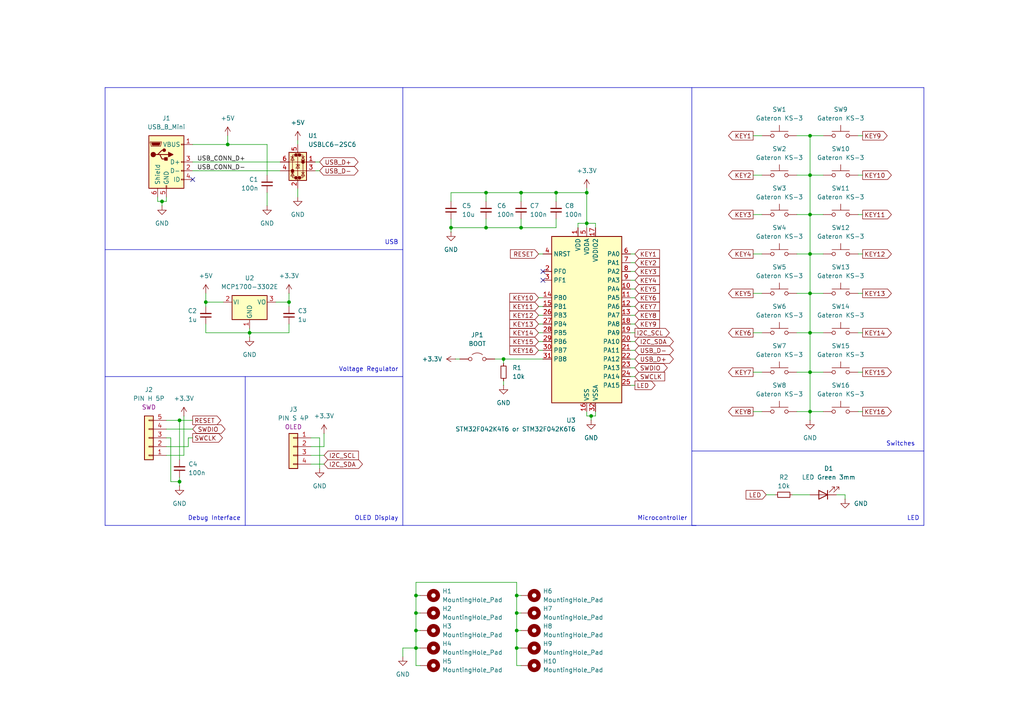
<source format=kicad_sch>
(kicad_sch (version 20250114) (generator "eeschema") (generator_version "9.0")
  (paper "A4")
  (title_block (title "octokeyz-double") (date "2026-01-21") (rev "20260121") (comment 3 "Released under CERN Open Hardware Licence Version 2 - Strongly Reciprocal") (comment 4 "Designed by: Rafael G. Martins"))
  (lib_symbols
    (symbol "Connector:USB_B_Mini" (pin_names (offset 1.016))
      (property "Reference" "J" (at -5.08 11.43 0))
      (property "Value" "USB_B_Mini" (at -5.08 8.89 0))
      (symbol "USB_B_Mini_0_1"
        (rectangle (start -5.08 -7.62) (end 5.08 7.62) (stroke (width 0.254)) (fill (type background)))
        (polyline (pts (xy -4.699 5.842) (xy -4.699 5.588) (xy -4.445 4.826) (xy -4.445 4.572) (xy -1.651 4.572) (xy -1.651 4.826) (xy -1.397 5.588) (xy -1.397 5.842) (xy -4.699 5.842)))
        (polyline (pts (xy -4.318 5.588) (xy -1.778 5.588) (xy -2.032 4.826) (xy -4.064 4.826) (xy -4.318 5.588)) (fill (type outline)))
        (circle (center -3.81 2.159) (radius 0.635) (stroke (width 0.254)) (fill (type outline)))
        (polyline (pts (xy -3.175 2.159) (xy -2.54 2.159) (xy -1.27 3.429) (xy -0.635 3.429)) (stroke (width 0.254)))
        (polyline (pts (xy -2.54 2.159) (xy -1.905 2.159) (xy -1.27 0.889) (xy 0 0.889)) (stroke (width 0.254)))
        (polyline (pts (xy -1.905 2.159) (xy 0.635 2.159)) (stroke (width 0.254)))
        (circle (center -0.635 3.429) (radius 0.381) (stroke (width 0.254)) (fill (type outline)))
        (rectangle (start -0.127 -7.62) (end 0.127 -6.858))
        (rectangle (start 0.254 1.27) (end -0.508 0.508) (stroke (width 0.254)) (fill (type outline)))
        (polyline (pts (xy 0.635 2.794) (xy 0.635 1.524) (xy 1.905 2.159) (xy 0.635 2.794)) (stroke (width 0.254)) (fill (type outline)))
        (rectangle (start 5.08 4.953) (end 4.318 5.207))
        (rectangle (start 5.08 -0.127) (end 4.318 0.127))
        (rectangle (start 5.08 -2.667) (end 4.318 -2.413))
        (rectangle (start 5.08 -5.207) (end 4.318 -4.953))
      )
      (symbol "USB_B_Mini_1_1"
        (pin passive line (at -2.54 -10.16 90) (length 2.54) (name "Shield") (number "6"))
        (pin power_out line (at 0 -10.16 90) (length 2.54) (name "GND") (number "5"))
        (pin power_out line (at 7.62 5.08 180) (length 2.54) (name "VBUS") (number "1"))
        (pin bidirectional line (at 7.62 0 180) (length 2.54) (name "D+") (number "3"))
        (pin bidirectional line (at 7.62 -2.54 180) (length 2.54) (name "D-") (number "2"))
        (pin passive line (at 7.62 -5.08 180) (length 2.54) (name "ID") (number "4"))
      )
    )
    (symbol "Connector_Generic:Conn_01x04" (pin_names (offset 1.016) (hide yes))
      (property "Reference" "J" (at 0 5.08 0))
      (property "Value" "Conn_01x04" (at 0 -7.62 0))
      (symbol "Conn_01x04_1_1"
        (rectangle (start -1.27 3.81) (end 1.27 -6.35) (stroke (width 0.254)) (fill (type background)))
        (rectangle (start -1.27 2.667) (end 0 2.413) (stroke (width 0.1524)))
        (rectangle (start -1.27 0.127) (end 0 -0.127) (stroke (width 0.1524)))
        (rectangle (start -1.27 -2.413) (end 0 -2.667) (stroke (width 0.1524)))
        (rectangle (start -1.27 -4.953) (end 0 -5.207) (stroke (width 0.1524)))
        (pin passive line (at -5.08 2.54 0) (length 3.81) (name "Pin_1") (number "1"))
        (pin passive line (at -5.08 0 0) (length 3.81) (name "Pin_2") (number "2"))
        (pin passive line (at -5.08 -2.54 0) (length 3.81) (name "Pin_3") (number "3"))
        (pin passive line (at -5.08 -5.08 0) (length 3.81) (name "Pin_4") (number "4"))
      )
    )
    (symbol "Connector_Generic:Conn_01x05" (pin_names (offset 1.016) (hide yes))
      (property "Reference" "J" (at 0 7.62 0))
      (property "Value" "Conn_01x05" (at 0 -7.62 0))
      (symbol "Conn_01x05_1_1"
        (rectangle (start -1.27 6.35) (end 1.27 -6.35) (stroke (width 0.254)) (fill (type background)))
        (rectangle (start -1.27 5.207) (end 0 4.953) (stroke (width 0.1524)))
        (rectangle (start -1.27 2.667) (end 0 2.413) (stroke (width 0.1524)))
        (rectangle (start -1.27 0.127) (end 0 -0.127) (stroke (width 0.1524)))
        (rectangle (start -1.27 -2.413) (end 0 -2.667) (stroke (width 0.1524)))
        (rectangle (start -1.27 -4.953) (end 0 -5.207) (stroke (width 0.1524)))
        (pin passive line (at -5.08 5.08 0) (length 3.81) (name "Pin_1") (number "1"))
        (pin passive line (at -5.08 2.54 0) (length 3.81) (name "Pin_2") (number "2"))
        (pin passive line (at -5.08 0 0) (length 3.81) (name "Pin_3") (number "3"))
        (pin passive line (at -5.08 -2.54 0) (length 3.81) (name "Pin_4") (number "4"))
        (pin passive line (at -5.08 -5.08 0) (length 3.81) (name "Pin_5") (number "5"))
      )
    )
    (symbol "Device:C_Small" (pin_numbers (hide yes)) (pin_names (offset 0.254) (hide yes))
      (property "Reference" "C" (at 0.254 1.778 0))
      (property "Value" "C_Small" (at 0.254 -2.032 0))
      (symbol "C_Small_0_1"
        (polyline (pts (xy -1.524 0.508) (xy 1.524 0.508)) (stroke (width 0.3048)))
        (polyline (pts (xy -1.524 -0.508) (xy 1.524 -0.508)) (stroke (width 0.3302)))
      )
      (symbol "C_Small_1_1"
        (pin passive line (at 0 2.54 270) (length 2.032) (name "~") (number "1"))
        (pin passive line (at 0 -2.54 90) (length 2.032) (name "~") (number "2"))
      )
    )
    (symbol "Device:LED" (pin_numbers (hide yes)) (pin_names (offset 1.016) (hide yes))
      (property "Reference" "D" (at 0 2.54 0))
      (property "Value" "LED" (at 0 -2.54 0))
      (symbol "LED_0_1"
        (polyline (pts (xy -3.048 -0.762) (xy -4.572 -2.286) (xy -3.81 -2.286) (xy -4.572 -2.286) (xy -4.572 -1.524)))
        (polyline (pts (xy -1.778 -0.762) (xy -3.302 -2.286) (xy -2.54 -2.286) (xy -3.302 -2.286) (xy -3.302 -1.524)))
        (polyline (pts (xy -1.27 0) (xy 1.27 0)))
        (polyline (pts (xy -1.27 -1.27) (xy -1.27 1.27)) (stroke (width 0.254)))
        (polyline (pts (xy 1.27 -1.27) (xy 1.27 1.27) (xy -1.27 0) (xy 1.27 -1.27)) (stroke (width 0.254)))
      )
      (symbol "LED_1_1"
        (pin passive line (at -3.81 0 0) (length 2.54) (name "K") (number "1"))
        (pin passive line (at 3.81 0 180) (length 2.54) (name "A") (number "2"))
      )
    )
    (symbol "Device:R_Small" (pin_numbers (hide yes)) (pin_names (offset 0.254) (hide yes))
      (property "Reference" "R" (at 0 0 90))
      (property "Value" "R_Small" (at 1.778 0 90))
      (symbol "R_Small_0_1"
        (rectangle (start -0.762 1.778) (end 0.762 -1.778) (stroke (width 0.2032)))
      )
      (symbol "R_Small_1_1"
        (pin passive line (at 0 2.54 270) (length 0.762) (name "~") (number "1"))
        (pin passive line (at 0 -2.54 90) (length 0.762) (name "~") (number "2"))
      )
    )
    (symbol "Jumper:Jumper_2_Open" (pin_numbers (hide yes)) (pin_names (offset 0) (hide yes))
      (property "Reference" "JP" (at 0 2.794 0))
      (property "Value" "Jumper_2_Open" (at 0 -2.286 0))
      (symbol "Jumper_2_Open_0_0"
        (circle (center -2.032 0) (radius 0.508))
        (circle (center 2.032 0) (radius 0.508))
      )
      (symbol "Jumper_2_Open_0_1"
        (arc (start -1.524 1.27) (mid 0 1.778) (end 1.524 1.27))
      )
      (symbol "Jumper_2_Open_1_1"
        (pin passive line (at -5.08 0 0) (length 2.54) (name "A") (number "1"))
        (pin passive line (at 5.08 0 180) (length 2.54) (name "B") (number "2"))
      )
    )
    (symbol "MCU_ST_STM32F0:STM32F042K6Tx"
      (property "Reference" "U" (at -10.16 26.67 0))
      (property "Value" "STM32F042K6Tx" (at 5.08 26.67 0))
      (symbol "STM32F042K6Tx_0_1"
        (rectangle (start -10.16 -22.86) (end 10.16 25.4) (stroke (width 0.254)) (fill (type background)))
      )
      (symbol "STM32F042K6Tx_1_1"
        (pin input line (at -12.7 20.32 0) (length 2.54) (name "NRST") (number "4"))
        (pin bidirectional line (at -12.7 15.24 0) (length 2.54) (name "PF0") (number "2"))
        (pin bidirectional line (at -12.7 12.7 0) (length 2.54) (name "PF1") (number "3"))
        (pin bidirectional line (at -12.7 7.62 0) (length 2.54) (name "PB0") (number "14"))
        (pin bidirectional line (at -12.7 5.08 0) (length 2.54) (name "PB1") (number "15"))
        (pin bidirectional line (at -12.7 2.54 0) (length 2.54) (name "PB3") (number "26"))
        (pin bidirectional line (at -12.7 0 0) (length 2.54) (name "PB4") (number "27"))
        (pin bidirectional line (at -12.7 -2.54 0) (length 2.54) (name "PB5") (number "28"))
        (pin bidirectional line (at -12.7 -5.08 0) (length 2.54) (name "PB6") (number "29"))
        (pin bidirectional line (at -12.7 -7.62 0) (length 2.54) (name "PB7") (number "30"))
        (pin bidirectional line (at -12.7 -10.16 0) (length 2.54) (name "PB8") (number "31"))
        (pin power_in line (at -2.54 27.94 270) (length 2.54) (name "VDD") (number "1"))
        (pin power_in line (at 0 27.94 270) (length 2.54) (name "VDDA") (number "5"))
        (pin power_in line (at 0 -25.4 90) (length 2.54) (name "VSS") (number "16"))
        (pin power_in line (at 2.54 27.94 270) (length 2.54) (name "VDDIO2") (number "17"))
        (pin power_in line (at 2.54 -25.4 90) (length 2.54) (name "VSSA") (number "32"))
        (pin bidirectional line (at 12.7 20.32 180) (length 2.54) (name "PA0") (number "6"))
        (pin bidirectional line (at 12.7 17.78 180) (length 2.54) (name "PA1") (number "7"))
        (pin bidirectional line (at 12.7 15.24 180) (length 2.54) (name "PA2") (number "8"))
        (pin bidirectional line (at 12.7 12.7 180) (length 2.54) (name "PA3") (number "9"))
        (pin bidirectional line (at 12.7 10.16 180) (length 2.54) (name "PA4") (number "10"))
        (pin bidirectional line (at 12.7 7.62 180) (length 2.54) (name "PA5") (number "11"))
        (pin bidirectional line (at 12.7 5.08 180) (length 2.54) (name "PA6") (number "12"))
        (pin bidirectional line (at 12.7 2.54 180) (length 2.54) (name "PA7") (number "13"))
        (pin bidirectional line (at 12.7 0 180) (length 2.54) (name "PA8") (number "18"))
        (pin bidirectional line (at 12.7 -2.54 180) (length 2.54) (name "PA9") (number "19"))
        (pin bidirectional line (at 12.7 -5.08 180) (length 2.54) (name "PA10") (number "20"))
        (pin bidirectional line (at 12.7 -7.62 180) (length 2.54) (name "PA11") (number "21"))
        (pin bidirectional line (at 12.7 -10.16 180) (length 2.54) (name "PA12") (number "22"))
        (pin bidirectional line (at 12.7 -12.7 180) (length 2.54) (name "PA13") (number "23"))
        (pin bidirectional line (at 12.7 -15.24 180) (length 2.54) (name "PA14") (number "24"))
        (pin bidirectional line (at 12.7 -17.78 180) (length 2.54) (name "PA15") (number "25"))
      )
    )
    (symbol "Mechanical:MountingHole_Pad" (pin_numbers (hide yes)) (pin_names (offset 1.016) (hide yes)) (in_bom no)
      (property "Reference" "H" (at 0 6.35 0))
      (property "Value" "MountingHole_Pad" (at 0 4.445 0))
      (symbol "MountingHole_Pad_0_1"
        (circle (center 0 1.27) (radius 1.27) (stroke (width 1.27)))
      )
      (symbol "MountingHole_Pad_1_1"
        (pin input line (at 0 -2.54 90) (length 2.54) (name "1") (number "1"))
      )
    )
    (symbol "Power_Protection:USBLC6-2SC6" (pin_names (hide yes))
      (property "Reference" "U" (at 0.635 5.715 0))
      (property "Value" "USBLC6-2SC6" (at 0.635 3.81 0))
      (symbol "USBLC6-2SC6_0_0"
        (circle (center -1.524 0) (radius 0.0001) (stroke (width 0.508)))
        (circle (center -0.508 2.032) (radius 0.0001) (stroke (width 0.508)))
        (circle (center -0.508 -4.572) (radius 0.0001) (stroke (width 0.508)))
        (circle (center 0.508 2.032) (radius 0.0001) (stroke (width 0.508)))
        (circle (center 0.508 -4.572) (radius 0.0001) (stroke (width 0.508)))
        (circle (center 1.524 -2.54) (radius 0.0001) (stroke (width 0.508)))
      )
      (symbol "USBLC6-2SC6_0_1"
        (polyline (pts (xy -2.54 0) (xy 2.54 0)))
        (polyline (pts (xy -2.54 -2.54) (xy 2.54 -2.54)))
        (polyline (pts (xy -2.032 0.508) (xy -1.016 0.508) (xy -1.524 1.524) (xy -2.032 0.508)))
        (polyline (pts (xy -2.032 -3.048) (xy -1.016 -3.048)))
        (polyline (pts (xy -1.016 1.524) (xy -2.032 1.524)))
        (polyline (pts (xy -1.016 -4.064) (xy -2.032 -4.064) (xy -1.524 -3.048) (xy -1.016 -4.064)))
        (polyline (pts (xy -0.508 -1.143) (xy -0.508 -0.762) (xy 0.508 -0.762)))
        (polyline (pts (xy 0 2.54) (xy -0.508 2.032) (xy 0.508 2.032) (xy 0 1.524) (xy 0 -4.064) (xy -0.508 -4.572) (xy 0.508 -4.572) (xy 0 -5.08)))
        (polyline (pts (xy 0.508 -1.778) (xy -0.508 -1.778) (xy 0 -0.762) (xy 0.508 -1.778)))
        (polyline (pts (xy 1.016 1.524) (xy 2.032 1.524)))
        (polyline (pts (xy 1.016 -3.048) (xy 2.032 -3.048)))
        (polyline (pts (xy 2.032 0.508) (xy 1.016 0.508) (xy 1.524 1.524) (xy 2.032 0.508)))
        (polyline (pts (xy 2.032 -4.064) (xy 1.016 -4.064) (xy 1.524 -3.048) (xy 2.032 -4.064)))
      )
      (symbol "USBLC6-2SC6_1_1"
        (rectangle (start -2.54 2.794) (end 2.54 -5.334) (stroke (width 0.254)) (fill (type background)))
        (polyline (pts (xy -0.508 2.032) (xy -1.524 2.032) (xy -1.524 -4.572) (xy -0.508 -4.572)))
        (polyline (pts (xy 0.508 -4.572) (xy 1.524 -4.572) (xy 1.524 2.032) (xy 0.508 2.032)))
        (pin passive line (at -5.08 0 0) (length 2.54) (name "I/O1") (number "1"))
        (pin passive line (at -5.08 -2.54 0) (length 2.54) (name "I/O2") (number "3"))
        (pin passive line (at 0 5.08 270) (length 2.54) (name "VBUS") (number "5"))
        (pin passive line (at 0 -7.62 90) (length 2.54) (name "GND") (number "2"))
        (pin passive line (at 5.08 0 180) (length 2.54) (name "I/O1") (number "6"))
        (pin passive line (at 5.08 -2.54 180) (length 2.54) (name "I/O2") (number "4"))
      )
    )
    (symbol "Regulator_Linear:MCP1700x-330xxTO" (pin_names (offset 0.254))
      (property "Reference" "U" (at -3.81 -3.175 0))
      (property "Value" "MCP1700x-330xxTO" (at 0 -3.175 0))
      (symbol "MCP1700x-330xxTO_0_1"
        (rectangle (start -5.08 5.08) (end 5.08 -1.905) (stroke (width 0.254)) (fill (type background)))
      )
      (symbol "MCP1700x-330xxTO_1_1"
        (pin power_in line (at -7.62 0 0) (length 2.54) (name "VI") (number "2"))
        (pin power_in line (at 0 7.62 270) (length 2.54) (name "GND") (number "1"))
        (pin power_out line (at 7.62 0 180) (length 2.54) (name "VO") (number "3"))
      )
    )
    (symbol "Switch:SW_Push" (pin_numbers (hide yes)) (pin_names (offset 1.016) (hide yes))
      (property "Reference" "SW" (at 1.27 2.54 0))
      (property "Value" "SW_Push" (at 0 -1.524 0))
      (symbol "SW_Push_0_1"
        (circle (center -2.032 0) (radius 0.508))
        (polyline (pts (xy 0 1.27) (xy 0 3.048)))
        (circle (center 2.032 0) (radius 0.508))
        (polyline (pts (xy 2.54 1.27) (xy -2.54 1.27)))
        (pin passive line (at -5.08 0 0) (length 2.54) (name "1") (number "1"))
        (pin passive line (at 5.08 0 180) (length 2.54) (name "2") (number "2"))
      )
    )
    (symbol "power:+3.3V" (power) (pin_numbers (hide yes)) (pin_names (offset 0) (hide yes))
      (property "Value" "+3.3V" (at 0 3.556 0))
      (symbol "+3.3V_0_1"
        (polyline (pts (xy -0.762 1.27) (xy 0 2.54)))
        (polyline (pts (xy 0 2.54) (xy 0.762 1.27)))
        (polyline (pts (xy 0 0) (xy 0 2.54)))
      )
      (symbol "+3.3V_1_1"
        (pin power_in line (at 0 0 90) (length 0) (name "~") (number "1"))
      )
    )
    (symbol "power:+5V" (power) (pin_numbers (hide yes)) (pin_names (offset 0) (hide yes))
      (property "Value" "+5V" (at 0 3.556 0))
      (symbol "+5V_0_1"
        (polyline (pts (xy -0.762 1.27) (xy 0 2.54)))
        (polyline (pts (xy 0 2.54) (xy 0.762 1.27)))
        (polyline (pts (xy 0 0) (xy 0 2.54)))
      )
      (symbol "+5V_1_1"
        (pin power_in line (at 0 0 90) (length 0) (name "~") (number "1"))
      )
    )
    (symbol "power:GND" (power) (pin_numbers (hide yes)) (pin_names (offset 0) (hide yes))
      (property "Value" "GND" (at 0 -3.81 0))
      (symbol "GND_0_1"
        (polyline (pts (xy 0 0) (xy 0 -1.27) (xy 1.27 -1.27) (xy 0 -2.54) (xy -1.27 -1.27) (xy 0 -1.27)))
      )
      (symbol "GND_1_1"
        (pin power_in line (at 0 0 270) (length 0) (name "~") (number "1"))
      )
    )
  )
  (text "Switches" (at 265.43 129.54 0) (effects (font (size 1.27 1.27)) (justify right bottom)))
  (text "OLED Display" (at 115.57 151.13 0) (effects (font (size 1.27 1.27)) (justify right bottom)))
  (text "Microcontroller" (at 199.39 151.13 0) (effects (font (size 1.27 1.27)) (justify right bottom)))
  (text "LED" (at 266.7 151.13 0) (effects (font (size 1.27 1.27)) (justify right bottom)))
  (text "Debug Interface" (at 69.85 151.13 0) (effects (font (size 1.27 1.27)) (justify right bottom)))
  (text "USB" (at 115.57 71.12 0) (effects (font (size 1.27 1.27)) (justify right bottom)))
  (text "Voltage Regulator" (at 115.57 107.95 0) (effects (font (size 1.27 1.27)) (justify right bottom)))
  (junction (at 120.65 182.88))
  (junction (at 46.99 58.42))
  (junction (at 234.95 50.8))
  (junction (at 146.05 104.14))
  (junction (at 52.07 139.7))
  (junction (at 140.97 66.04))
  (junction (at 140.97 55.88))
  (junction (at 59.69 87.63))
  (junction (at 120.65 177.8))
  (junction (at 170.18 55.88))
  (junction (at 151.13 55.88))
  (junction (at 149.86 177.8))
  (junction (at 149.86 182.88))
  (junction (at 72.39 96.52))
  (junction (at 149.86 172.72))
  (junction (at 120.65 172.72))
  (junction (at 149.86 187.96))
  (junction (at 130.81 66.04))
  (junction (at 234.95 119.38))
  (junction (at 151.13 66.04))
  (junction (at 234.95 73.66))
  (junction (at 234.95 107.95))
  (junction (at 170.18 64.77))
  (junction (at 234.95 39.37))
  (junction (at 234.95 62.23))
  (junction (at 234.95 85.09))
  (junction (at 171.45 120.65))
  (junction (at 66.04 41.91))
  (junction (at 83.82 87.63))
  (junction (at 234.95 96.52))
  (junction (at 120.65 187.96))
  (junction (at 161.29 55.88))
  (junction (at 52.07 121.92))
  (no_connect (at 157.48 78.74))
  (no_connect (at 55.88 52.07))
  (no_connect (at 157.48 81.28))
  (wire (pts (xy 48.26 129.54) (xy 54.61 129.54)))
  (polyline (pts (xy 267.97 152.4) (xy 30.48 152.4)))
  (wire (pts (xy 248.92 62.23) (xy 250.19 62.23)))
  (polyline (pts (xy 116.84 25.4) (xy 116.84 152.4)))
  (wire (pts (xy 146.05 110.49) (xy 146.05 111.76)))
  (wire (pts (xy 130.81 66.04) (xy 140.97 66.04)))
  (wire (pts (xy 248.92 119.38) (xy 250.19 119.38)))
  (polyline (pts (xy 30.48 109.22) (xy 116.84 109.22)))
  (wire (pts (xy 49.53 139.7) (xy 52.07 139.7)))
  (wire (pts (xy 172.72 64.77) (xy 170.18 64.77)))
  (wire (pts (xy 248.92 39.37) (xy 250.19 39.37)))
  (wire (pts (xy 234.95 39.37) (xy 238.76 39.37)))
  (wire (pts (xy 120.65 187.96) (xy 120.65 193.04)))
  (wire (pts (xy 83.82 87.63) (xy 83.82 88.9)))
  (wire (pts (xy 55.88 46.99) (xy 81.28 46.99)))
  (wire (pts (xy 234.95 62.23) (xy 238.76 62.23)))
  (wire (pts (xy 55.88 41.91) (xy 66.04 41.91)))
  (wire (pts (xy 45.72 57.15) (xy 45.72 58.42)))
  (wire (pts (xy 156.21 99.06) (xy 157.48 99.06)))
  (wire (pts (xy 234.95 107.95) (xy 238.76 107.95)))
  (wire (pts (xy 46.99 58.42) (xy 46.99 59.69)))
  (wire (pts (xy 132.08 104.14) (xy 133.35 104.14)))
  (wire (pts (xy 231.14 50.8) (xy 234.95 50.8)))
  (wire (pts (xy 55.88 49.53) (xy 81.28 49.53)))
  (wire (pts (xy 149.86 182.88) (xy 151.13 182.88)))
  (wire (pts (xy 52.07 139.7) (xy 52.07 138.43)))
  (wire (pts (xy 234.95 96.52) (xy 238.76 96.52)))
  (wire (pts (xy 234.95 73.66) (xy 238.76 73.66)))
  (wire (pts (xy 182.88 104.14) (xy 184.15 104.14)))
  (wire (pts (xy 90.17 134.62) (xy 93.98 134.62)))
  (wire (pts (xy 59.69 96.52) (xy 72.39 96.52)))
  (wire (pts (xy 149.86 168.91) (xy 149.86 172.72)))
  (wire (pts (xy 151.13 55.88) (xy 161.29 55.88)))
  (wire (pts (xy 149.86 193.04) (xy 149.86 187.96)))
  (wire (pts (xy 52.07 139.7) (xy 52.07 140.97)))
  (wire (pts (xy 140.97 63.5) (xy 140.97 66.04)))
  (wire (pts (xy 172.72 120.65) (xy 172.72 119.38)))
  (wire (pts (xy 234.95 62.23) (xy 234.95 50.8)))
  (wire (pts (xy 182.88 109.22) (xy 184.15 109.22)))
  (wire (pts (xy 248.92 85.09) (xy 250.19 85.09)))
  (wire (pts (xy 218.44 62.23) (xy 220.98 62.23)))
  (wire (pts (xy 116.84 187.96) (xy 120.65 187.96)))
  (wire (pts (xy 234.95 121.92) (xy 234.95 119.38)))
  (polyline (pts (xy 30.48 25.4) (xy 30.48 152.4)))
  (wire (pts (xy 234.95 39.37) (xy 231.14 39.37)))
  (wire (pts (xy 86.36 54.61) (xy 86.36 57.15)))
  (wire (pts (xy 130.81 55.88) (xy 140.97 55.88)))
  (wire (pts (xy 120.65 182.88) (xy 120.65 187.96)))
  (wire (pts (xy 182.88 96.52) (xy 184.15 96.52)))
  (wire (pts (xy 130.81 55.88) (xy 130.81 58.42)))
  (wire (pts (xy 72.39 96.52) (xy 83.82 96.52)))
  (wire (pts (xy 149.86 182.88) (xy 149.86 177.8)))
  (wire (pts (xy 140.97 66.04) (xy 151.13 66.04)))
  (wire (pts (xy 156.21 86.36) (xy 157.48 86.36)))
  (wire (pts (xy 231.14 62.23) (xy 234.95 62.23)))
  (wire (pts (xy 156.21 88.9) (xy 157.48 88.9)))
  (wire (pts (xy 90.17 129.54) (xy 93.98 129.54)))
  (wire (pts (xy 170.18 120.65) (xy 171.45 120.65)))
  (wire (pts (xy 149.86 187.96) (xy 149.86 182.88)))
  (wire (pts (xy 92.71 135.89) (xy 92.71 127)))
  (wire (pts (xy 170.18 55.88) (xy 170.18 64.77)))
  (wire (pts (xy 77.47 55.88) (xy 77.47 59.69)))
  (wire (pts (xy 156.21 93.98) (xy 157.48 93.98)))
  (polyline (pts (xy 200.66 130.81) (xy 267.97 130.81)))
  (wire (pts (xy 52.07 133.35) (xy 52.07 121.92)))
  (wire (pts (xy 149.86 177.8) (xy 149.86 172.72)))
  (wire (pts (xy 248.92 107.95) (xy 250.19 107.95)))
  (wire (pts (xy 149.86 193.04) (xy 151.13 193.04)))
  (wire (pts (xy 54.61 129.54) (xy 54.61 127)))
  (wire (pts (xy 172.72 66.04) (xy 172.72 64.77)))
  (wire (pts (xy 53.34 120.65) (xy 53.34 132.08)))
  (wire (pts (xy 248.92 73.66) (xy 250.19 73.66)))
  (wire (pts (xy 218.44 73.66) (xy 220.98 73.66)))
  (wire (pts (xy 182.88 91.44) (xy 184.15 91.44)))
  (wire (pts (xy 248.92 96.52) (xy 250.19 96.52)))
  (wire (pts (xy 234.95 73.66) (xy 234.95 85.09)))
  (wire (pts (xy 92.71 127) (xy 90.17 127)))
  (wire (pts (xy 52.07 121.92) (xy 48.26 121.92)))
  (wire (pts (xy 161.29 66.04) (xy 161.29 63.5)))
  (wire (pts (xy 151.13 66.04) (xy 161.29 66.04)))
  (wire (pts (xy 170.18 54.61) (xy 170.18 55.88)))
  (wire (pts (xy 182.88 78.74) (xy 184.15 78.74)))
  (wire (pts (xy 49.53 127) (xy 49.53 139.7)))
  (wire (pts (xy 182.88 83.82) (xy 184.15 83.82)))
  (wire (pts (xy 234.95 62.23) (xy 234.95 73.66)))
  (wire (pts (xy 182.88 93.98) (xy 184.15 93.98)))
  (wire (pts (xy 46.99 58.42) (xy 48.26 58.42)))
  (wire (pts (xy 218.44 107.95) (xy 220.98 107.95)))
  (wire (pts (xy 218.44 119.38) (xy 220.98 119.38)))
  (polyline (pts (xy 71.12 109.22) (xy 71.12 152.4)))
  (wire (pts (xy 143.51 104.14) (xy 146.05 104.14)))
  (wire (pts (xy 130.81 63.5) (xy 130.81 66.04)))
  (wire (pts (xy 182.88 106.68) (xy 184.15 106.68)))
  (wire (pts (xy 130.81 67.31) (xy 130.81 66.04)))
  (polyline (pts (xy 30.48 25.4) (xy 267.97 25.4)))
  (wire (pts (xy 66.04 39.37) (xy 66.04 41.91)))
  (wire (pts (xy 59.69 85.09) (xy 59.69 87.63)))
  (wire (pts (xy 218.44 96.52) (xy 220.98 96.52)))
  (wire (pts (xy 120.65 187.96) (xy 121.92 187.96)))
  (wire (pts (xy 86.36 40.64) (xy 86.36 41.91)))
  (wire (pts (xy 120.65 168.91) (xy 120.65 172.72)))
  (wire (pts (xy 234.95 85.09) (xy 231.14 85.09)))
  (wire (pts (xy 52.07 121.92) (xy 55.88 121.92)))
  (wire (pts (xy 77.47 41.91) (xy 77.47 50.8)))
  (wire (pts (xy 156.21 96.52) (xy 157.48 96.52)))
  (wire (pts (xy 182.88 81.28) (xy 184.15 81.28)))
  (wire (pts (xy 242.57 143.51) (xy 245.11 143.51)))
  (wire (pts (xy 146.05 104.14) (xy 157.48 104.14)))
  (wire (pts (xy 91.44 49.53) (xy 92.71 49.53)))
  (wire (pts (xy 234.95 50.8) (xy 238.76 50.8)))
  (wire (pts (xy 146.05 104.14) (xy 146.05 105.41)))
  (wire (pts (xy 120.65 172.72) (xy 121.92 172.72)))
  (wire (pts (xy 218.44 50.8) (xy 220.98 50.8)))
  (wire (pts (xy 149.86 177.8) (xy 151.13 177.8)))
  (wire (pts (xy 120.65 177.8) (xy 120.65 182.88)))
  (polyline (pts (xy 200.66 152.4) (xy 201.93 152.4)))
  (wire (pts (xy 231.14 119.38) (xy 234.95 119.38)))
  (wire (pts (xy 72.39 96.52) (xy 72.39 97.79)))
  (wire (pts (xy 140.97 55.88) (xy 151.13 55.88)))
  (wire (pts (xy 120.65 177.8) (xy 121.92 177.8)))
  (wire (pts (xy 234.95 119.38) (xy 238.76 119.38)))
  (wire (pts (xy 72.39 95.25) (xy 72.39 96.52)))
  (wire (pts (xy 59.69 87.63) (xy 59.69 88.9)))
  (wire (pts (xy 48.26 124.46) (xy 55.88 124.46)))
  (wire (pts (xy 234.95 39.37) (xy 234.95 50.8)))
  (wire (pts (xy 90.17 132.08) (xy 93.98 132.08)))
  (polyline (pts (xy 267.97 25.4) (xy 267.97 152.4)))
  (wire (pts (xy 48.26 127) (xy 49.53 127)))
  (wire (pts (xy 151.13 55.88) (xy 151.13 58.42)))
  (wire (pts (xy 182.88 76.2) (xy 184.15 76.2)))
  (wire (pts (xy 167.64 64.77) (xy 170.18 64.77)))
  (wire (pts (xy 171.45 120.65) (xy 171.45 121.92)))
  (wire (pts (xy 182.88 86.36) (xy 184.15 86.36)))
  (wire (pts (xy 149.86 187.96) (xy 151.13 187.96)))
  (wire (pts (xy 182.88 101.6) (xy 184.15 101.6)))
  (wire (pts (xy 182.88 88.9) (xy 184.15 88.9)))
  (wire (pts (xy 231.14 73.66) (xy 234.95 73.66)))
  (wire (pts (xy 140.97 55.88) (xy 140.97 58.42)))
  (wire (pts (xy 151.13 63.5) (xy 151.13 66.04)))
  (wire (pts (xy 116.84 190.5) (xy 116.84 187.96)))
  (wire (pts (xy 245.11 143.51) (xy 245.11 144.78)))
  (wire (pts (xy 59.69 87.63) (xy 64.77 87.63)))
  (wire (pts (xy 231.14 96.52) (xy 234.95 96.52)))
  (wire (pts (xy 59.69 93.98) (xy 59.69 96.52)))
  (wire (pts (xy 156.21 73.66) (xy 157.48 73.66)))
  (wire (pts (xy 93.98 129.54) (xy 93.98 125.73)))
  (wire (pts (xy 229.87 143.51) (xy 234.95 143.51)))
  (wire (pts (xy 218.44 39.37) (xy 220.98 39.37)))
  (wire (pts (xy 248.92 50.8) (xy 250.19 50.8)))
  (polyline (pts (xy 30.48 72.39) (xy 116.84 72.39)))
  (wire (pts (xy 48.26 58.42) (xy 48.26 57.15)))
  (wire (pts (xy 182.88 73.66) (xy 184.15 73.66)))
  (wire (pts (xy 91.44 46.99) (xy 92.71 46.99)))
  (wire (pts (xy 161.29 55.88) (xy 161.29 58.42)))
  (wire (pts (xy 66.04 41.91) (xy 77.47 41.91)))
  (wire (pts (xy 234.95 85.09) (xy 234.95 96.52)))
  (wire (pts (xy 45.72 58.42) (xy 46.99 58.42)))
  (wire (pts (xy 149.86 172.72) (xy 151.13 172.72)))
  (wire (pts (xy 54.61 127) (xy 55.88 127)))
  (wire (pts (xy 120.65 168.91) (xy 149.86 168.91)))
  (wire (pts (xy 120.65 182.88) (xy 121.92 182.88)))
  (wire (pts (xy 234.95 107.95) (xy 234.95 96.52)))
  (polyline (pts (xy 116.84 72.39) (xy 116.84 72.39)))
  (wire (pts (xy 83.82 85.09) (xy 83.82 87.63)))
  (polyline (pts (xy 200.66 25.4) (xy 200.66 152.4)))
  (wire (pts (xy 182.88 111.76) (xy 184.15 111.76)))
  (wire (pts (xy 167.64 66.04) (xy 167.64 64.77)))
  (wire (pts (xy 121.92 193.04) (xy 120.65 193.04)))
  (wire (pts (xy 222.25 143.51) (xy 224.79 143.51)))
  (wire (pts (xy 170.18 120.65) (xy 170.18 119.38)))
  (wire (pts (xy 182.88 99.06) (xy 184.15 99.06)))
  (wire (pts (xy 161.29 55.88) (xy 170.18 55.88)))
  (wire (pts (xy 234.95 107.95) (xy 234.95 119.38)))
  (wire (pts (xy 231.14 107.95) (xy 234.95 107.95)))
  (wire (pts (xy 156.21 101.6) (xy 157.48 101.6)))
  (wire (pts (xy 170.18 64.77) (xy 170.18 66.04)))
  (wire (pts (xy 48.26 132.08) (xy 53.34 132.08)))
  (wire (pts (xy 80.01 87.63) (xy 83.82 87.63)))
  (wire (pts (xy 120.65 172.72) (xy 120.65 177.8)))
  (wire (pts (xy 218.44 85.09) (xy 220.98 85.09)))
  (wire (pts (xy 156.21 91.44) (xy 157.48 91.44)))
  (wire (pts (xy 234.95 85.09) (xy 238.76 85.09)))
  (wire (pts (xy 171.45 120.65) (xy 172.72 120.65)))
  (wire (pts (xy 83.82 93.98) (xy 83.82 96.52)))
  (label "USB_CONN_D+" (at 57.15 46.99 0))
  (label "USB_CONN_D-" (at 57.15 49.53 0))
  (global_label "KEY4" (shape output) (at 218.44 73.66 180) (property "Intersheetrefs" "${INTERSHEET_REFS}" (effects (hide yes))))
  (global_label "KEY4" (shape input) (at 184.15 81.28 0) (property "Intersheetrefs" "${INTERSHEET_REFS}" (effects (hide yes))))
  (global_label "SWCLK" (shape output) (at 55.88 127 0) (property "Intersheetrefs" "${INTERSHEET_REFS}" (effects (hide yes))))
  (global_label "KEY7" (shape output) (at 218.44 107.95 180) (property "Intersheetrefs" "${INTERSHEET_REFS}" (effects (hide yes))))
  (global_label "KEY1" (shape input) (at 184.15 73.66 0) (property "Intersheetrefs" "${INTERSHEET_REFS}" (effects (hide yes))))
  (global_label "KEY9" (shape output) (at 250.19 39.37 0) (property "Intersheetrefs" "${INTERSHEET_REFS}" (effects (hide yes))))
  (global_label "RESET" (shape output) (at 55.88 121.92 0) (property "Intersheetrefs" "${INTERSHEET_REFS}" (effects (hide yes))))
  (global_label "KEY15" (shape input) (at 156.21 99.06 180) (property "Intersheetrefs" "${INTERSHEET_REFS}" (effects (hide yes))))
  (global_label "KEY8" (shape output) (at 218.44 119.38 180) (property "Intersheetrefs" "${INTERSHEET_REFS}" (effects (hide yes))))
  (global_label "KEY16" (shape input) (at 156.21 101.6 180) (property "Intersheetrefs" "${INTERSHEET_REFS}" (effects (hide yes))))
  (global_label "USB_D-" (shape bidirectional) (at 92.71 49.53 0) (property "Intersheetrefs" "${INTERSHEET_REFS}" (effects (hide yes))))
  (global_label "KEY14" (shape input) (at 156.21 96.52 180) (property "Intersheetrefs" "${INTERSHEET_REFS}" (effects (hide yes))))
  (global_label "KEY14" (shape output) (at 250.19 96.52 0) (property "Intersheetrefs" "${INTERSHEET_REFS}" (effects (hide yes))))
  (global_label "KEY3" (shape output) (at 218.44 62.23 180) (property "Intersheetrefs" "${INTERSHEET_REFS}" (effects (hide yes))))
  (global_label "SWDIO" (shape bidirectional) (at 55.88 124.46 0) (property "Intersheetrefs" "${INTERSHEET_REFS}" (effects (hide yes))))
  (global_label "KEY10" (shape output) (at 250.19 50.8 0) (property "Intersheetrefs" "${INTERSHEET_REFS}" (effects (hide yes))))
  (global_label "KEY13" (shape input) (at 156.21 93.98 180) (property "Intersheetrefs" "${INTERSHEET_REFS}" (effects (hide yes))))
  (global_label "USB_D-" (shape bidirectional) (at 184.15 101.6 0) (property "Intersheetrefs" "${INTERSHEET_REFS}" (effects (hide yes))))
  (global_label "KEY7" (shape input) (at 184.15 88.9 0) (property "Intersheetrefs" "${INTERSHEET_REFS}" (effects (hide yes))))
  (global_label "KEY2" (shape input) (at 184.15 76.2 0) (property "Intersheetrefs" "${INTERSHEET_REFS}" (effects (hide yes))))
  (global_label "I2C_SCL" (shape output) (at 184.15 96.52 0) (property "Intersheetrefs" "${INTERSHEET_REFS}" (effects (hide yes))))
  (global_label "KEY2" (shape output) (at 218.44 50.8 180) (property "Intersheetrefs" "${INTERSHEET_REFS}" (effects (hide yes))))
  (global_label "KEY5" (shape output) (at 218.44 85.09 180) (property "Intersheetrefs" "${INTERSHEET_REFS}" (effects (hide yes))))
  (global_label "LED" (shape output) (at 184.15 111.76 0) (property "Intersheetrefs" "${INTERSHEET_REFS}" (effects (hide yes))))
  (global_label "RESET" (shape input) (at 156.21 73.66 180) (property "Intersheetrefs" "${INTERSHEET_REFS}" (effects (hide yes))))
  (global_label "I2C_SDA" (shape bidirectional) (at 93.98 134.62 0) (property "Intersheetrefs" "${INTERSHEET_REFS}" (effects (hide yes))))
  (global_label "KEY6" (shape input) (at 184.15 86.36 0) (property "Intersheetrefs" "${INTERSHEET_REFS}" (effects (hide yes))))
  (global_label "USB_D+" (shape bidirectional) (at 92.71 46.99 0) (property "Intersheetrefs" "${INTERSHEET_REFS}" (effects (hide yes))))
  (global_label "KEY12" (shape input) (at 156.21 91.44 180) (property "Intersheetrefs" "${INTERSHEET_REFS}" (effects (hide yes))))
  (global_label "KEY15" (shape output) (at 250.19 107.95 0) (property "Intersheetrefs" "${INTERSHEET_REFS}" (effects (hide yes))))
  (global_label "KEY16" (shape output) (at 250.19 119.38 0) (property "Intersheetrefs" "${INTERSHEET_REFS}" (effects (hide yes))))
  (global_label "I2C_SDA" (shape bidirectional) (at 184.15 99.06 0) (property "Intersheetrefs" "${INTERSHEET_REFS}" (effects (hide yes))))
  (global_label "KEY11" (shape output) (at 250.19 62.23 0) (property "Intersheetrefs" "${INTERSHEET_REFS}" (effects (hide yes))))
  (global_label "KEY5" (shape input) (at 184.15 83.82 0) (property "Intersheetrefs" "${INTERSHEET_REFS}" (effects (hide yes))))
  (global_label "KEY1" (shape output) (at 218.44 39.37 180) (property "Intersheetrefs" "${INTERSHEET_REFS}" (effects (hide yes))))
  (global_label "KEY9" (shape input) (at 184.15 93.98 0) (property "Intersheetrefs" "${INTERSHEET_REFS}" (effects (hide yes))))
  (global_label "I2C_SCL" (shape input) (at 93.98 132.08 0) (property "Intersheetrefs" "${INTERSHEET_REFS}" (effects (hide yes))))
  (global_label "LED" (shape input) (at 222.25 143.51 180) (property "Intersheetrefs" "${INTERSHEET_REFS}" (effects (hide yes))))
  (global_label "KEY8" (shape input) (at 184.15 91.44 0) (property "Intersheetrefs" "${INTERSHEET_REFS}" (effects (hide yes))))
  (global_label "KEY6" (shape output) (at 218.44 96.52 180) (property "Intersheetrefs" "${INTERSHEET_REFS}" (effects (hide yes))))
  (global_label "KEY12" (shape output) (at 250.19 73.66 0) (property "Intersheetrefs" "${INTERSHEET_REFS}" (effects (hide yes))))
  (global_label "SWCLK" (shape input) (at 184.15 109.22 0) (property "Intersheetrefs" "${INTERSHEET_REFS}" (effects (hide yes))))
  (global_label "KEY13" (shape output) (at 250.19 85.09 0) (property "Intersheetrefs" "${INTERSHEET_REFS}" (effects (hide yes))))
  (global_label "USB_D+" (shape bidirectional) (at 184.15 104.14 0) (property "Intersheetrefs" "${INTERSHEET_REFS}" (effects (hide yes))))
  (global_label "KEY11" (shape input) (at 156.21 88.9 180) (property "Intersheetrefs" "${INTERSHEET_REFS}" (effects (hide yes))))
  (global_label "SWDIO" (shape bidirectional) (at 184.15 106.68 0) (property "Intersheetrefs" "${INTERSHEET_REFS}" (effects (hide yes))))
  (global_label "KEY3" (shape input) (at 184.15 78.74 0) (property "Intersheetrefs" "${INTERSHEET_REFS}" (effects (hide yes))))
  (global_label "KEY10" (shape input) (at 156.21 86.36 180) (property "Intersheetrefs" "${INTERSHEET_REFS}" (effects (hide yes))))
  (symbol (lib_id "Device:C_Small") (at 130.81 60.96 180) (unit 1)
    (property "Reference" "C5" (at 133.985 59.6836 0) (effects (justify right)))
    (property "Value" "10u" (at 133.985 62.2236 0) (effects (justify right)))
    (property "Footprint" "octokeyz:C_TDK_FA26" (effects (hide yes)))
    (property "Description" "Unpolarized capacitor, small symbol" (effects (hide yes)))
    (property "MPN" "FA26X7R1E106KRU06" (effects (hide yes)))
  )
  (symbol (lib_id "Switch:SW_Push") (at 226.06 50.8 0) (unit 1)
    (property "Reference" "SW2" (at 226.06 43.18 0))
    (property "Value" "Gateron KS-3" (at 226.06 45.72 0))
    (property "Footprint" "octokeyz:SW_Cherry_MX_1.00u_PCB" (effects (hide yes)))
    (property "Description" "Push button switch, generic, two pins" (effects (hide yes)))
    (property "MPN" "Gateron KS-3" (effects (hide yes)))
  )
  (symbol (lib_id "power:GND") (at 130.81 67.31 0) (unit 1)
    (property "Reference" "#PWR06" (effects (hide yes)))
    (property "Value" "GND" (at 130.81 72.39 0))
    (property "Description" "Power symbol creates a global label with name \"GND\" , ground" (effects (hide yes)))
  )
  (symbol (lib_id "power:GND") (at 116.84 190.5 0) (unit 1)
    (property "Reference" "#PWR019" (effects (hide yes)))
    (property "Value" "GND" (at 116.84 195.58 0))
    (property "Description" "Power symbol creates a global label with name \"GND\" , ground" (effects (hide yes)))
  )
  (symbol (lib_id "power:GND") (at 92.71 135.89 0) (unit 1)
    (property "Reference" "#PWR016" (effects (hide yes)))
    (property "Value" "GND" (at 92.71 140.97 0))
    (property "Description" "Power symbol creates a global label with name \"GND\" , ground" (effects (hide yes)))
  )
  (symbol (lib_id "Mechanical:MountingHole_Pad") (at 153.67 182.88 270) (unit 1)
    (property "Reference" "H8" (at 157.48 181.61 90) (effects (justify left)))
    (property "Value" "MountingHole_Pad" (at 157.48 184.15 90) (effects (justify left)))
    (property "Footprint" "MountingHole:MountingHole_2.2mm_M2_Pad_Via" (effects (hide yes)))
    (property "Description" "Mounting Hole with connection" (effects (hide yes)))
  )
  (symbol (lib_id "Mechanical:MountingHole_Pad") (at 153.67 187.96 270) (unit 1)
    (property "Reference" "H9" (at 157.48 186.69 90) (effects (justify left)))
    (property "Value" "MountingHole_Pad" (at 157.48 189.23 90) (effects (justify left)))
    (property "Footprint" "MountingHole:MountingHole_2.2mm_M2_Pad_Via" (effects (hide yes)))
    (property "Description" "Mounting Hole with connection" (effects (hide yes)))
  )
  (symbol (lib_id "Mechanical:MountingHole_Pad") (at 153.67 172.72 270) (unit 1)
    (property "Reference" "H6" (at 157.48 171.45 90) (effects (justify left)))
    (property "Value" "MountingHole_Pad" (at 157.48 173.99 90) (effects (justify left)))
    (property "Footprint" "MountingHole:MountingHole_2.2mm_M2_Pad_Via" (effects (hide yes)))
    (property "Description" "Mounting Hole with connection" (effects (hide yes)))
  )
  (symbol (lib_id "Switch:SW_Push") (at 243.84 85.09 0) (mirror y) (unit 1)
    (property "Reference" "SW13" (at 243.84 77.47 0))
    (property "Value" "Gateron KS-3" (at 243.84 80.01 0))
    (property "Footprint" "octokeyz:SW_Cherry_MX_1.00u_PCB" (effects (hide yes)))
    (property "Description" "Push button switch, generic, two pins" (effects (hide yes)))
    (property "MPN" "Gateron KS-3" (effects (hide yes)))
  )
  (symbol (lib_id "power:+3.3V") (at 93.98 125.73 0) (unit 1)
    (property "Reference" "#PWR017" (effects (hide yes)))
    (property "Value" "+3.3V" (at 93.98 120.65 0))
    (property "Description" "Power symbol creates a global label with name \"+3.3V\"" (effects (hide yes)))
  )
  (symbol (lib_id "Switch:SW_Push") (at 243.84 50.8 0) (mirror y) (unit 1)
    (property "Reference" "SW10" (at 243.84 43.18 0))
    (property "Value" "Gateron KS-3" (at 243.84 45.72 0))
    (property "Footprint" "octokeyz:SW_Cherry_MX_1.00u_PCB" (effects (hide yes)))
    (property "Description" "Push button switch, generic, two pins" (effects (hide yes)))
    (property "MPN" "Gateron KS-3" (effects (hide yes)))
  )
  (symbol (lib_id "power:+5V") (at 86.36 40.64 0) (unit 1)
    (property "Reference" "#PWR020" (effects (hide yes)))
    (property "Value" "+5V" (at 86.36 35.56 0))
    (property "Description" "Power symbol creates a global label with name \"+5V\"" (effects (hide yes)))
  )
  (symbol (lib_id "Device:C_Small") (at 77.47 53.34 180) (unit 1)
    (property "Reference" "C1" (at 74.93 52.0636 0) (effects (justify left)))
    (property "Value" "100n" (at 74.93 54.6036 0) (effects (justify left)))
    (property "Footprint" "octokeyz:C_TDK_FA28" (effects (hide yes)))
    (property "Description" "Unpolarized capacitor, small symbol" (effects (hide yes)))
    (property "MPN" "FA28X7R1H104KNU06" (effects (hide yes)))
  )
  (symbol (lib_id "Mechanical:MountingHole_Pad") (at 153.67 193.04 270) (unit 1)
    (property "Reference" "H10" (at 157.48 191.77 90) (effects (justify left)))
    (property "Value" "MountingHole_Pad" (at 157.48 194.31 90) (effects (justify left)))
    (property "Footprint" "MountingHole:MountingHole_2.2mm_M2_Pad_Via" (effects (hide yes)))
    (property "Description" "Mounting Hole with connection" (effects (hide yes)))
  )
  (symbol (lib_id "Mechanical:MountingHole_Pad") (at 124.46 193.04 270) (unit 1)
    (property "Reference" "H5" (at 128.27 191.77 90) (effects (justify left)))
    (property "Value" "MountingHole_Pad" (at 128.27 194.31 90) (effects (justify left)))
    (property "Footprint" "MountingHole:MountingHole_2.2mm_M2_Pad_Via" (effects (hide yes)))
    (property "Description" "Mounting Hole with connection" (effects (hide yes)))
  )
  (symbol (lib_id "Device:C_Small") (at 151.13 60.96 180) (unit 1)
    (property "Reference" "C7" (at 153.67 59.6836 0) (effects (justify right)))
    (property "Value" "100n" (at 153.67 62.2236 0) (effects (justify right)))
    (property "Footprint" "octokeyz:C_TDK_FA28" (effects (hide yes)))
    (property "Description" "Unpolarized capacitor, small symbol" (effects (hide yes)))
    (property "MPN" "FA28X7R1H104KNU06" (effects (hide yes)))
  )
  (symbol (lib_id "Switch:SW_Push") (at 243.84 96.52 0) (mirror y) (unit 1)
    (property "Reference" "SW14" (at 243.84 88.9 0))
    (property "Value" "Gateron KS-3" (at 243.84 91.44 0))
    (property "Footprint" "octokeyz:SW_Cherry_MX_1.00u_PCB" (effects (hide yes)))
    (property "Description" "Push button switch, generic, two pins" (effects (hide yes)))
    (property "MPN" "Gateron KS-3" (effects (hide yes)))
  )
  (symbol (lib_id "Connector:USB_B_Mini") (at 48.26 46.99 0) (unit 1)
    (property "Reference" "J1" (at 48.26 34.29 0))
    (property "Value" "USB_B_Mini" (at 48.26 36.83 0))
    (property "Footprint" "octokeyz:USB_Mini-B_PTH" (effects (hide yes)))
    (property "Description" "USB Mini Type B connector" (effects (hide yes)))
    (property "MPN" "GMSB0522132EU" (effects (hide yes)))
  )
  (symbol (lib_id "Mechanical:MountingHole_Pad") (at 124.46 182.88 270) (unit 1)
    (property "Reference" "H3" (at 128.27 181.61 90) (effects (justify left)))
    (property "Value" "MountingHole_Pad" (at 128.27 184.15 90) (effects (justify left)))
    (property "Footprint" "MountingHole:MountingHole_2.2mm_M2_Pad_Via" (effects (hide yes)))
    (property "Description" "Mounting Hole with connection" (effects (hide yes)))
  )
  (symbol (lib_id "Mechanical:MountingHole_Pad") (at 153.67 177.8 270) (unit 1)
    (property "Reference" "H7" (at 157.48 176.53 90) (effects (justify left)))
    (property "Value" "MountingHole_Pad" (at 157.48 179.07 90) (effects (justify left)))
    (property "Footprint" "MountingHole:MountingHole_2.2mm_M2_Pad_Via" (effects (hide yes)))
    (property "Description" "Mounting Hole with connection" (effects (hide yes)))
  )
  (symbol (lib_id "power:+5V") (at 59.69 85.09 0) (unit 1)
    (property "Reference" "#PWR013" (effects (hide yes)))
    (property "Value" "+5V" (at 59.69 80.01 0))
    (property "Description" "Power symbol creates a global label with name \"+5V\"" (effects (hide yes)))
  )
  (symbol (lib_id "Switch:SW_Push") (at 243.84 39.37 0) (mirror y) (unit 1)
    (property "Reference" "SW9" (at 243.84 31.75 0))
    (property "Value" "Gateron KS-3" (at 243.84 34.29 0))
    (property "Footprint" "octokeyz:SW_Cherry_MX_1.00u_PCB" (effects (hide yes)))
    (property "Description" "Push button switch, generic, two pins" (effects (hide yes)))
    (property "MPN" "Gateron KS-3" (effects (hide yes)))
  )
  (symbol (lib_id "power:GND") (at 86.36 57.15 0) (unit 1)
    (property "Reference" "#PWR010" (effects (hide yes)))
    (property "Value" "GND" (at 86.36 62.23 0))
    (property "Description" "Power symbol creates a global label with name \"GND\" , ground" (effects (hide yes)))
  )
  (symbol (lib_id "power:+3.3V") (at 83.82 85.09 0) (unit 1)
    (property "Reference" "#PWR015" (effects (hide yes)))
    (property "Value" "+3.3V" (at 83.82 80.01 0))
    (property "Description" "Power symbol creates a global label with name \"+3.3V\"" (effects (hide yes)))
  )
  (symbol (lib_id "Switch:SW_Push") (at 243.84 62.23 0) (mirror y) (unit 1)
    (property "Reference" "SW11" (at 243.84 54.61 0))
    (property "Value" "Gateron KS-3" (at 243.84 57.15 0))
    (property "Footprint" "octokeyz:SW_Cherry_MX_1.00u_PCB" (effects (hide yes)))
    (property "Description" "Push button switch, generic, two pins" (effects (hide yes)))
    (property "MPN" "Gateron KS-3" (effects (hide yes)))
  )
  (symbol (lib_id "Connector_Generic:Conn_01x05") (at 43.18 127 180) (unit 1)
    (property "Reference" "J2" (at 43.18 113.03 0))
    (property "Value" "PIN H 5P" (at 43.18 115.57 0))
    (property "Footprint" "Connector_PinHeader_2.54mm:PinHeader_1x05_P2.54mm_Horizontal" (effects (hide yes)))
    (property "Description" "Generic connector, single row, 01x05, script generated (kicad-library-utils/schlib/autogen/connector/)" (effects (hide yes)))
    (property "Descr" "SWD" (at 43.18 118.11 0))
  )
  (symbol (lib_id "power:GND") (at 234.95 121.92 0) (unit 1)
    (property "Reference" "#PWR018" (effects (hide yes)))
    (property "Value" "GND" (at 234.95 127 0))
    (property "Description" "Power symbol creates a global label with name \"GND\" , ground" (effects (hide yes)))
  )
  (symbol (lib_id "power:+3.3V") (at 170.18 54.61 0) (unit 1)
    (property "Reference" "#PWR05" (effects (hide yes)))
    (property "Value" "+3.3V" (at 170.18 49.53 0))
    (property "Description" "Power symbol creates a global label with name \"+3.3V\"" (effects (hide yes)))
  )
  (symbol (lib_id "Switch:SW_Push") (at 226.06 119.38 0) (unit 1)
    (property "Reference" "SW8" (at 226.06 111.76 0))
    (property "Value" "Gateron KS-3" (at 226.06 114.3 0))
    (property "Footprint" "octokeyz:SW_Cherry_MX_1.00u_PCB" (effects (hide yes)))
    (property "Description" "Push button switch, generic, two pins" (effects (hide yes)))
    (property "MPN" "Gateron KS-3" (effects (hide yes)))
  )
  (symbol (lib_id "Connector_Generic:Conn_01x04") (at 85.09 129.54 0) (mirror y) (unit 1)
    (property "Reference" "J3" (at 85.09 118.745 0))
    (property "Value" "PIN S 4P" (at 85.09 121.285 0))
    (property "Footprint" "Connector_PinSocket_2.54mm:PinSocket_1x04_P2.54mm_Vertical" (effects (hide yes)))
    (property "Description" "Generic connector, single row, 01x04, script generated (kicad-library-utils/schlib/autogen/connector/)" (effects (hide yes)))
    (property "MPN" "PPPC041LFBN-RC" (effects (hide yes)))
    (property "Descr" "OLED" (at 85.09 123.825 0))
  )
  (symbol (lib_id "Device:C_Small") (at 161.29 60.96 180) (unit 1)
    (property "Reference" "C8" (at 163.83 59.6836 0) (effects (justify right)))
    (property "Value" "100n" (at 163.83 62.2236 0) (effects (justify right)))
    (property "Footprint" "octokeyz:C_TDK_FA28" (effects (hide yes)))
    (property "Description" "Unpolarized capacitor, small symbol" (effects (hide yes)))
    (property "MPN" "FA28X7R1H104KNU06" (effects (hide yes)))
  )
  (symbol (lib_id "power:GND") (at 146.05 111.76 0) (unit 1)
    (property "Reference" "#PWR03" (effects (hide yes)))
    (property "Value" "GND" (at 146.05 116.84 0))
    (property "Description" "Power symbol creates a global label with name \"GND\" , ground" (effects (hide yes)))
  )
  (symbol (lib_id "power:GND") (at 52.07 140.97 0) (unit 1)
    (property "Reference" "#PWR08" (effects (hide yes)))
    (property "Value" "GND" (at 52.07 146.05 0))
    (property "Description" "Power symbol creates a global label with name \"GND\" , ground" (effects (hide yes)))
  )
  (symbol (lib_id "Mechanical:MountingHole_Pad") (at 124.46 172.72 270) (unit 1)
    (property "Reference" "H1" (at 128.27 171.45 90) (effects (justify left)))
    (property "Value" "MountingHole_Pad" (at 128.27 173.99 90) (effects (justify left)))
    (property "Footprint" "MountingHole:MountingHole_2.2mm_M2_Pad_Via" (effects (hide yes)))
    (property "Description" "Mounting Hole with connection" (effects (hide yes)))
  )
  (symbol (lib_id "Switch:SW_Push") (at 226.06 107.95 0) (unit 1)
    (property "Reference" "SW7" (at 226.06 100.33 0))
    (property "Value" "Gateron KS-3" (at 226.06 102.87 0))
    (property "Footprint" "octokeyz:SW_Cherry_MX_1.00u_PCB" (effects (hide yes)))
    (property "Description" "Push button switch, generic, two pins" (effects (hide yes)))
    (property "MPN" "Gateron KS-3" (effects (hide yes)))
  )
  (symbol (lib_id "Switch:SW_Push") (at 226.06 39.37 0) (unit 1)
    (property "Reference" "SW1" (at 226.06 31.75 0))
    (property "Value" "Gateron KS-3" (at 226.06 34.29 0))
    (property "Footprint" "octokeyz:SW_Cherry_MX_1.00u_PCB" (effects (hide yes)))
    (property "Description" "Push button switch, generic, two pins" (effects (hide yes)))
    (property "MPN" "Gateron KS-3" (effects (hide yes)))
  )
  (symbol (lib_id "power:GND") (at 245.11 144.78 0) (unit 1)
    (property "Reference" "#PWR01" (effects (hide yes)))
    (property "Value" "GND" (at 247.65 146.0499 0) (effects (justify left)))
    (property "Description" "Power symbol creates a global label with name \"GND\" , ground" (effects (hide yes)))
  )
  (symbol (lib_id "MCU_ST_STM32F0:STM32F042K6Tx") (at 170.18 93.98 0) (unit 1)
    (property "Reference" "U3" (at 167.005 121.92 0) (effects (justify right)))
    (property "Value" "STM32F042K4T6 or STM32F042K6T6" (at 167.005 124.46 0) (effects (justify right)))
    (property "Footprint" "Package_QFP:LQFP-32_7x7mm_P0.8mm" (effects (hide yes)))
    (property "Datasheet" "https://www.st.com/resource/en/datasheet/stm32f042k6.pdf" (effects (hide yes)))
    (property "Description" "STMicroelectronics Arm Cortex-M0 MCU, 32KB flash, 6KB RAM, 48 MHz, 2.0-3.6V, 26 GPIO, LQFP32" (effects (hide yes)))
    (property "MPN" "STM32F042K6T6" (effects (hide yes)))
  )
  (symbol (lib_id "Device:C_Small") (at 83.82 91.44 180) (unit 1)
    (property "Reference" "C3" (at 86.36 90.1636 0) (effects (justify right)))
    (property "Value" "1u" (at 86.36 92.7036 0) (effects (justify right)))
    (property "Footprint" "octokeyz:C_TDK_FA28" (effects (hide yes)))
    (property "Description" "Unpolarized capacitor, small symbol" (effects (hide yes)))
    (property "MPN" "FA28X7R1E105KRU06" (effects (hide yes)))
  )
  (symbol (lib_id "Device:C_Small") (at 59.69 91.44 180) (unit 1)
    (property "Reference" "C2" (at 57.15 90.1636 0) (effects (justify left)))
    (property "Value" "1u" (at 57.15 92.7036 0) (effects (justify left)))
    (property "Footprint" "octokeyz:C_TDK_FA28" (effects (hide yes)))
    (property "Description" "Unpolarized capacitor, small symbol" (effects (hide yes)))
    (property "MPN" "FA28X7R1E105KRU06" (effects (hide yes)))
  )
  (symbol (lib_id "Device:R_Small") (at 227.33 143.51 90) (unit 1)
    (property "Reference" "R2" (at 227.33 138.43 90))
    (property "Value" "10k" (at 227.33 140.97 90))
    (property "Footprint" "octokeyz:R_YAGEO_MFR-25FTE52_Horizontal" (effects (hide yes)))
    (property "Description" "Resistor, small symbol" (effects (hide yes)))
    (property "MPN" "MFR-25FTE52-10K" (effects (hide yes)))
  )
  (symbol (lib_id "Power_Protection:USBLC6-2SC6") (at 86.36 46.99 0) (mirror y) (unit 1)
    (property "Reference" "U1" (at 89.3765 39.37 0) (effects (justify right)))
    (property "Value" "USBLC6-2SC6" (at 89.3765 41.91 0) (effects (justify right)))
    (property "Footprint" "Package_TO_SOT_SMD:SOT-23-6" (effects (hide yes)))
    (property "Datasheet" "https://www.st.com/resource/en/datasheet/usblc6-2.pdf" (effects (hide yes)))
    (property "Description" "Very low capacitance ESD protection diode, 2 data-line, SOT-23-6" (effects (hide yes)))
    (property "MPN" "USBLC6-2SC6" (effects (hide yes)))
  )
  (symbol (lib_id "Switch:SW_Push") (at 226.06 62.23 0) (unit 1)
    (property "Reference" "SW3" (at 226.06 54.61 0))
    (property "Value" "Gateron KS-3" (at 226.06 57.15 0))
    (property "Footprint" "octokeyz:SW_Cherry_MX_1.00u_PCB" (effects (hide yes)))
    (property "Description" "Push button switch, generic, two pins" (effects (hide yes)))
    (property "MPN" "Gateron KS-3" (effects (hide yes)))
  )
  (symbol (lib_id "Mechanical:MountingHole_Pad") (at 124.46 187.96 270) (unit 1)
    (property "Reference" "H4" (at 128.27 186.69 90) (effects (justify left)))
    (property "Value" "MountingHole_Pad" (at 128.27 189.23 90) (effects (justify left)))
    (property "Footprint" "MountingHole:MountingHole_2.2mm_M2_Pad_Via" (effects (hide yes)))
    (property "Description" "Mounting Hole with connection" (effects (hide yes)))
  )
  (symbol (lib_id "Switch:SW_Push") (at 243.84 119.38 0) (mirror y) (unit 1)
    (property "Reference" "SW16" (at 243.84 111.76 0))
    (property "Value" "Gateron KS-3" (at 243.84 114.3 0))
    (property "Footprint" "octokeyz:SW_Cherry_MX_1.00u_PCB" (effects (hide yes)))
    (property "Description" "Push button switch, generic, two pins" (effects (hide yes)))
    (property "MPN" "Gateron KS-3" (effects (hide yes)))
  )
  (symbol (lib_id "Switch:SW_Push") (at 243.84 73.66 0) (mirror y) (unit 1)
    (property "Reference" "SW12" (at 243.84 66.04 0))
    (property "Value" "Gateron KS-3" (at 243.84 68.58 0))
    (property "Footprint" "octokeyz:SW_Cherry_MX_1.00u_PCB" (effects (hide yes)))
    (property "Description" "Push button switch, generic, two pins" (effects (hide yes)))
    (property "MPN" "Gateron KS-3" (effects (hide yes)))
  )
  (symbol (lib_id "power:GND") (at 171.45 121.92 0) (unit 1)
    (property "Reference" "#PWR04" (effects (hide yes)))
    (property "Value" "GND" (at 171.45 127 0))
    (property "Description" "Power symbol creates a global label with name \"GND\" , ground" (effects (hide yes)))
  )
  (symbol (lib_id "power:+5V") (at 66.04 39.37 0) (unit 1)
    (property "Reference" "#PWR012" (effects (hide yes)))
    (property "Value" "+5V" (at 66.04 34.29 0))
    (property "Description" "Power symbol creates a global label with name \"+5V\"" (effects (hide yes)))
  )
  (symbol (lib_id "Switch:SW_Push") (at 243.84 107.95 0) (mirror y) (unit 1)
    (property "Reference" "SW15" (at 243.84 100.33 0))
    (property "Value" "Gateron KS-3" (at 243.84 102.87 0))
    (property "Footprint" "octokeyz:SW_Cherry_MX_1.00u_PCB" (effects (hide yes)))
    (property "Description" "Push button switch, generic, two pins" (effects (hide yes)))
    (property "MPN" "Gateron KS-3" (effects (hide yes)))
  )
  (symbol (lib_id "Device:LED") (at 238.76 143.51 180) (unit 1)
    (property "Reference" "D1" (at 240.3475 135.89 0))
    (property "Value" "LED Green 3mm" (at 240.3475 138.43 0))
    (property "Footprint" "LED_THT:LED_D3.0mm" (effects (hide yes)))
    (property "Description" "Light emitting diode" (effects (hide yes)))
    (property "MPN" "OVLBG4C7" (effects (hide yes)))
    (property "Sim.Pins" "1=K 2=A" (effects (hide yes)))
  )
  (symbol (lib_id "power:+3.3V") (at 132.08 104.14 90) (unit 1)
    (property "Reference" "#PWR02" (effects (hide yes)))
    (property "Value" "+3.3V" (at 128.27 104.14 90) (effects (justify left)))
    (property "Description" "Power symbol creates a global label with name \"+3.3V\"" (effects (hide yes)))
  )
  (symbol (lib_id "power:GND") (at 77.47 59.69 0) (unit 1)
    (property "Reference" "#PWR011" (effects (hide yes)))
    (property "Value" "GND" (at 77.47 64.77 0))
    (property "Description" "Power symbol creates a global label with name \"GND\" , ground" (effects (hide yes)))
  )
  (symbol (lib_id "Regulator_Linear:MCP1700x-330xxTO") (at 72.39 87.63 0) (mirror x) (unit 1)
    (property "Reference" "U2" (at 72.39 80.645 0))
    (property "Value" "MCP1700-3302E" (at 72.39 83.185 0))
    (property "Footprint" "Package_TO_SOT_THT:TO-92_Inline_Wide" (effects (hide yes)))
    (property "Datasheet" "http://ww1.microchip.com/downloads/en/DeviceDoc/20001826D.pdf" (effects (hide yes)))
    (property "Description" "250mA Low Quiscent Current LDO, 3.3V output, TO-92" (effects (hide yes)))
    (property "MPN" "MCP1700-3302E/TO" (effects (hide yes)))
  )
  (symbol (lib_id "Device:C_Small") (at 140.97 60.96 180) (unit 1)
    (property "Reference" "C6" (at 144.145 59.6836 0) (effects (justify right)))
    (property "Value" "100n" (at 144.145 62.2236 0) (effects (justify right)))
    (property "Footprint" "octokeyz:C_TDK_FA28" (effects (hide yes)))
    (property "Description" "Unpolarized capacitor, small symbol" (effects (hide yes)))
    (property "MPN" "FA28X7R1H104KNU06" (effects (hide yes)))
  )
  (symbol (lib_id "Device:C_Small") (at 52.07 135.89 180) (unit 1)
    (property "Reference" "C4" (at 54.61 134.6136 0) (effects (justify right)))
    (property "Value" "100n" (at 54.61 137.1536 0) (effects (justify right)))
    (property "Footprint" "octokeyz:C_TDK_FA28" (effects (hide yes)))
    (property "Description" "Unpolarized capacitor, small symbol" (effects (hide yes)))
    (property "MPN" "FA28X7R1H104KNU06" (effects (hide yes)))
  )
  (symbol (lib_id "power:GND") (at 72.39 97.79 0) (unit 1)
    (property "Reference" "#PWR014" (effects (hide yes)))
    (property "Value" "GND" (at 72.39 102.87 0))
    (property "Description" "Power symbol creates a global label with name \"GND\" , ground" (effects (hide yes)))
  )
  (symbol (lib_id "Jumper:Jumper_2_Open") (at 138.43 104.14 0) (mirror y) (unit 1)
    (property "Reference" "JP1" (at 138.43 97.155 0))
    (property "Value" "BOOT" (at 138.43 99.695 0))
    (property "Footprint" "Connector_PinHeader_2.54mm:PinHeader_1x02_P2.54mm_Horizontal" (effects (hide yes)))
    (property "Description" "Jumper, 2-pole, open" (effects (hide yes)))
  )
  (symbol (lib_id "Switch:SW_Push") (at 226.06 96.52 0) (unit 1)
    (property "Reference" "SW6" (at 226.06 88.9 0))
    (property "Value" "Gateron KS-3" (at 226.06 91.44 0))
    (property "Footprint" "octokeyz:SW_Cherry_MX_1.00u_PCB" (effects (hide yes)))
    (property "Description" "Push button switch, generic, two pins" (effects (hide yes)))
    (property "MPN" "Gateron KS-3" (effects (hide yes)))
  )
  (symbol (lib_id "Device:R_Small") (at 146.05 107.95 0) (unit 1)
    (property "Reference" "R1" (at 148.59 106.68 0) (effects (justify left)))
    (property "Value" "10k" (at 148.59 109.22 0) (effects (justify left)))
    (property "Footprint" "octokeyz:R_YAGEO_MFR-25FTE52_Horizontal" (effects (hide yes)))
    (property "Description" "Resistor, small symbol" (effects (hide yes)))
    (property "MPN" "MFR-25FTE52-10K" (effects (hide yes)))
  )
  (symbol (lib_id "Switch:SW_Push") (at 226.06 73.66 0) (unit 1)
    (property "Reference" "SW4" (at 226.06 66.04 0))
    (property "Value" "Gateron KS-3" (at 226.06 68.58 0))
    (property "Footprint" "octokeyz:SW_Cherry_MX_1.00u_PCB" (effects (hide yes)))
    (property "Description" "Push button switch, generic, two pins" (effects (hide yes)))
    (property "MPN" "Gateron KS-3" (effects (hide yes)))
  )
  (symbol (lib_id "Mechanical:MountingHole_Pad") (at 124.46 177.8 270) (unit 1)
    (property "Reference" "H2" (at 128.27 176.53 90) (effects (justify left)))
    (property "Value" "MountingHole_Pad" (at 128.27 179.07 90) (effects (justify left)))
    (property "Footprint" "MountingHole:MountingHole_2.2mm_M2_Pad_Via" (effects (hide yes)))
    (property "Description" "Mounting Hole with connection" (effects (hide yes)))
  )
  (symbol (lib_id "power:GND") (at 46.99 59.69 0) (unit 1)
    (property "Reference" "#PWR09" (effects (hide yes)))
    (property "Value" "GND" (at 46.99 64.77 0))
    (property "Description" "Power symbol creates a global label with name \"GND\" , ground" (effects (hide yes)))
  )
  (symbol (lib_id "Switch:SW_Push") (at 226.06 85.09 0) (unit 1)
    (property "Reference" "SW5" (at 226.06 77.47 0))
    (property "Value" "Gateron KS-3" (at 226.06 80.01 0))
    (property "Footprint" "octokeyz:SW_Cherry_MX_1.00u_PCB" (effects (hide yes)))
    (property "Description" "Push button switch, generic, two pins" (effects (hide yes)))
    (property "MPN" "Gateron KS-3" (effects (hide yes)))
  )
  (symbol (lib_id "power:+3.3V") (at 53.34 120.65 0) (unit 1)
    (property "Reference" "#PWR07" (effects (hide yes)))
    (property "Value" "+3.3V" (at 53.34 115.57 0))
    (property "Description" "Power symbol creates a global label with name \"+3.3V\"" (effects (hide yes)))
  )
)
</source>
